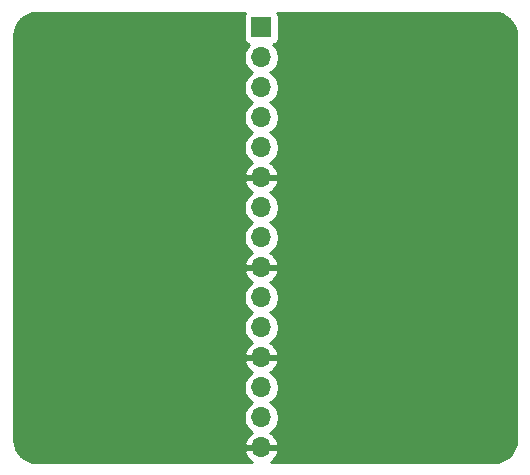
<source format=gbl>
G04 #@! TF.GenerationSoftware,KiCad,Pcbnew,(5.1.10)-1*
G04 #@! TF.CreationDate,2022-01-06T14:13:47-06:00*
G04 #@! TF.ProjectId,MIPI_SPY,4d495049-5f53-4505-992e-6b696361645f,rev?*
G04 #@! TF.SameCoordinates,Original*
G04 #@! TF.FileFunction,Copper,L2,Bot*
G04 #@! TF.FilePolarity,Positive*
%FSLAX46Y46*%
G04 Gerber Fmt 4.6, Leading zero omitted, Abs format (unit mm)*
G04 Created by KiCad (PCBNEW (5.1.10)-1) date 2022-01-06 14:13:47*
%MOMM*%
%LPD*%
G01*
G04 APERTURE LIST*
G04 #@! TA.AperFunction,ComponentPad*
%ADD10R,1.700000X1.700000*%
G04 #@! TD*
G04 #@! TA.AperFunction,ComponentPad*
%ADD11O,1.700000X1.700000*%
G04 #@! TD*
G04 #@! TA.AperFunction,ViaPad*
%ADD12C,0.800000*%
G04 #@! TD*
G04 #@! TA.AperFunction,Conductor*
%ADD13C,0.254000*%
G04 #@! TD*
G04 #@! TA.AperFunction,Conductor*
%ADD14C,0.100000*%
G04 #@! TD*
G04 APERTURE END LIST*
D10*
X73660000Y-31115000D03*
D11*
X73660000Y-33655000D03*
X73660000Y-36195000D03*
X73660000Y-38735000D03*
X73660000Y-41275000D03*
X73660000Y-43815000D03*
X73660000Y-46355000D03*
X73660000Y-48895000D03*
X73660000Y-51435000D03*
X73660000Y-53975000D03*
X73660000Y-56515000D03*
X73660000Y-59055000D03*
X73660000Y-61595000D03*
X73660000Y-64135000D03*
X73660000Y-66675000D03*
D12*
X62817348Y-46942348D03*
X85090000Y-56515000D03*
X85090000Y-56515000D03*
X85054635Y-53302277D03*
X85090000Y-50165000D03*
X85192653Y-46887347D03*
X62745001Y-50045001D03*
X63205001Y-53045001D03*
X62865000Y-56515000D03*
D13*
X72279463Y-29910506D02*
X72220498Y-30020820D01*
X72184188Y-30140518D01*
X72171928Y-30265000D01*
X72171928Y-31965000D01*
X72184188Y-32089482D01*
X72220498Y-32209180D01*
X72279463Y-32319494D01*
X72358815Y-32416185D01*
X72455506Y-32495537D01*
X72565820Y-32554502D01*
X72638380Y-32576513D01*
X72506525Y-32708368D01*
X72344010Y-32951589D01*
X72232068Y-33221842D01*
X72175000Y-33508740D01*
X72175000Y-33801260D01*
X72232068Y-34088158D01*
X72344010Y-34358411D01*
X72506525Y-34601632D01*
X72713368Y-34808475D01*
X72887760Y-34925000D01*
X72713368Y-35041525D01*
X72506525Y-35248368D01*
X72344010Y-35491589D01*
X72232068Y-35761842D01*
X72175000Y-36048740D01*
X72175000Y-36341260D01*
X72232068Y-36628158D01*
X72344010Y-36898411D01*
X72506525Y-37141632D01*
X72713368Y-37348475D01*
X72887760Y-37465000D01*
X72713368Y-37581525D01*
X72506525Y-37788368D01*
X72344010Y-38031589D01*
X72232068Y-38301842D01*
X72175000Y-38588740D01*
X72175000Y-38881260D01*
X72232068Y-39168158D01*
X72344010Y-39438411D01*
X72506525Y-39681632D01*
X72713368Y-39888475D01*
X72887760Y-40005000D01*
X72713368Y-40121525D01*
X72506525Y-40328368D01*
X72344010Y-40571589D01*
X72232068Y-40841842D01*
X72175000Y-41128740D01*
X72175000Y-41421260D01*
X72232068Y-41708158D01*
X72344010Y-41978411D01*
X72506525Y-42221632D01*
X72713368Y-42428475D01*
X72895534Y-42550195D01*
X72778645Y-42619822D01*
X72562412Y-42814731D01*
X72388359Y-43048080D01*
X72263175Y-43310901D01*
X72218524Y-43458110D01*
X72339845Y-43688000D01*
X73533000Y-43688000D01*
X73533000Y-43668000D01*
X73787000Y-43668000D01*
X73787000Y-43688000D01*
X74980155Y-43688000D01*
X75101476Y-43458110D01*
X75056825Y-43310901D01*
X74931641Y-43048080D01*
X74757588Y-42814731D01*
X74541355Y-42619822D01*
X74424466Y-42550195D01*
X74606632Y-42428475D01*
X74813475Y-42221632D01*
X74975990Y-41978411D01*
X75087932Y-41708158D01*
X75145000Y-41421260D01*
X75145000Y-41128740D01*
X75087932Y-40841842D01*
X74975990Y-40571589D01*
X74813475Y-40328368D01*
X74606632Y-40121525D01*
X74432240Y-40005000D01*
X74606632Y-39888475D01*
X74813475Y-39681632D01*
X74975990Y-39438411D01*
X75087932Y-39168158D01*
X75145000Y-38881260D01*
X75145000Y-38588740D01*
X75087932Y-38301842D01*
X74975990Y-38031589D01*
X74813475Y-37788368D01*
X74606632Y-37581525D01*
X74432240Y-37465000D01*
X74606632Y-37348475D01*
X74813475Y-37141632D01*
X74975990Y-36898411D01*
X75087932Y-36628158D01*
X75145000Y-36341260D01*
X75145000Y-36048740D01*
X75087932Y-35761842D01*
X74975990Y-35491589D01*
X74813475Y-35248368D01*
X74606632Y-35041525D01*
X74432240Y-34925000D01*
X74606632Y-34808475D01*
X74813475Y-34601632D01*
X74975990Y-34358411D01*
X75087932Y-34088158D01*
X75145000Y-33801260D01*
X75145000Y-33508740D01*
X75087932Y-33221842D01*
X74975990Y-32951589D01*
X74813475Y-32708368D01*
X74681620Y-32576513D01*
X74754180Y-32554502D01*
X74864494Y-32495537D01*
X74961185Y-32416185D01*
X75040537Y-32319494D01*
X75099502Y-32209180D01*
X75135812Y-32089482D01*
X75148072Y-31965000D01*
X75148072Y-30265000D01*
X75135812Y-30140518D01*
X75099502Y-30020820D01*
X75040537Y-29910506D01*
X75007295Y-29870000D01*
X93312721Y-29870000D01*
X93709545Y-29908909D01*
X94060208Y-30014780D01*
X94383625Y-30186744D01*
X94667484Y-30418254D01*
X94900965Y-30700486D01*
X95075183Y-31022695D01*
X95183502Y-31372614D01*
X95225000Y-31767443D01*
X95225001Y-66007711D01*
X95186091Y-66404545D01*
X95080220Y-66755206D01*
X94908257Y-67078623D01*
X94676748Y-67362482D01*
X94394514Y-67595965D01*
X94072304Y-67770184D01*
X93722385Y-67878502D01*
X93327557Y-67920000D01*
X74457715Y-67920000D01*
X74541355Y-67870178D01*
X74757588Y-67675269D01*
X74931641Y-67441920D01*
X75056825Y-67179099D01*
X75101476Y-67031890D01*
X74980155Y-66802000D01*
X73787000Y-66802000D01*
X73787000Y-66822000D01*
X73533000Y-66822000D01*
X73533000Y-66802000D01*
X72339845Y-66802000D01*
X72218524Y-67031890D01*
X72263175Y-67179099D01*
X72388359Y-67441920D01*
X72562412Y-67675269D01*
X72778645Y-67870178D01*
X72862285Y-67920000D01*
X54642279Y-67920000D01*
X54245455Y-67881091D01*
X53894794Y-67775220D01*
X53571377Y-67603257D01*
X53287518Y-67371748D01*
X53054035Y-67089514D01*
X52879816Y-66767304D01*
X52771498Y-66417385D01*
X52730000Y-66022557D01*
X52730000Y-61448740D01*
X72175000Y-61448740D01*
X72175000Y-61741260D01*
X72232068Y-62028158D01*
X72344010Y-62298411D01*
X72506525Y-62541632D01*
X72713368Y-62748475D01*
X72887760Y-62865000D01*
X72713368Y-62981525D01*
X72506525Y-63188368D01*
X72344010Y-63431589D01*
X72232068Y-63701842D01*
X72175000Y-63988740D01*
X72175000Y-64281260D01*
X72232068Y-64568158D01*
X72344010Y-64838411D01*
X72506525Y-65081632D01*
X72713368Y-65288475D01*
X72895534Y-65410195D01*
X72778645Y-65479822D01*
X72562412Y-65674731D01*
X72388359Y-65908080D01*
X72263175Y-66170901D01*
X72218524Y-66318110D01*
X72339845Y-66548000D01*
X73533000Y-66548000D01*
X73533000Y-66528000D01*
X73787000Y-66528000D01*
X73787000Y-66548000D01*
X74980155Y-66548000D01*
X75101476Y-66318110D01*
X75056825Y-66170901D01*
X74931641Y-65908080D01*
X74757588Y-65674731D01*
X74541355Y-65479822D01*
X74424466Y-65410195D01*
X74606632Y-65288475D01*
X74813475Y-65081632D01*
X74975990Y-64838411D01*
X75087932Y-64568158D01*
X75145000Y-64281260D01*
X75145000Y-63988740D01*
X75087932Y-63701842D01*
X74975990Y-63431589D01*
X74813475Y-63188368D01*
X74606632Y-62981525D01*
X74432240Y-62865000D01*
X74606632Y-62748475D01*
X74813475Y-62541632D01*
X74975990Y-62298411D01*
X75087932Y-62028158D01*
X75145000Y-61741260D01*
X75145000Y-61448740D01*
X75087932Y-61161842D01*
X74975990Y-60891589D01*
X74813475Y-60648368D01*
X74606632Y-60441525D01*
X74424466Y-60319805D01*
X74541355Y-60250178D01*
X74757588Y-60055269D01*
X74931641Y-59821920D01*
X75056825Y-59559099D01*
X75101476Y-59411890D01*
X74980155Y-59182000D01*
X73787000Y-59182000D01*
X73787000Y-59202000D01*
X73533000Y-59202000D01*
X73533000Y-59182000D01*
X72339845Y-59182000D01*
X72218524Y-59411890D01*
X72263175Y-59559099D01*
X72388359Y-59821920D01*
X72562412Y-60055269D01*
X72778645Y-60250178D01*
X72895534Y-60319805D01*
X72713368Y-60441525D01*
X72506525Y-60648368D01*
X72344010Y-60891589D01*
X72232068Y-61161842D01*
X72175000Y-61448740D01*
X52730000Y-61448740D01*
X52730000Y-53828740D01*
X72175000Y-53828740D01*
X72175000Y-54121260D01*
X72232068Y-54408158D01*
X72344010Y-54678411D01*
X72506525Y-54921632D01*
X72713368Y-55128475D01*
X72887760Y-55245000D01*
X72713368Y-55361525D01*
X72506525Y-55568368D01*
X72344010Y-55811589D01*
X72232068Y-56081842D01*
X72175000Y-56368740D01*
X72175000Y-56661260D01*
X72232068Y-56948158D01*
X72344010Y-57218411D01*
X72506525Y-57461632D01*
X72713368Y-57668475D01*
X72895534Y-57790195D01*
X72778645Y-57859822D01*
X72562412Y-58054731D01*
X72388359Y-58288080D01*
X72263175Y-58550901D01*
X72218524Y-58698110D01*
X72339845Y-58928000D01*
X73533000Y-58928000D01*
X73533000Y-58908000D01*
X73787000Y-58908000D01*
X73787000Y-58928000D01*
X74980155Y-58928000D01*
X75101476Y-58698110D01*
X75056825Y-58550901D01*
X74931641Y-58288080D01*
X74757588Y-58054731D01*
X74541355Y-57859822D01*
X74424466Y-57790195D01*
X74606632Y-57668475D01*
X74813475Y-57461632D01*
X74975990Y-57218411D01*
X75087932Y-56948158D01*
X75145000Y-56661260D01*
X75145000Y-56368740D01*
X75087932Y-56081842D01*
X74975990Y-55811589D01*
X74813475Y-55568368D01*
X74606632Y-55361525D01*
X74432240Y-55245000D01*
X74606632Y-55128475D01*
X74813475Y-54921632D01*
X74975990Y-54678411D01*
X75087932Y-54408158D01*
X75145000Y-54121260D01*
X75145000Y-53828740D01*
X75087932Y-53541842D01*
X74975990Y-53271589D01*
X74813475Y-53028368D01*
X74606632Y-52821525D01*
X74424466Y-52699805D01*
X74541355Y-52630178D01*
X74757588Y-52435269D01*
X74931641Y-52201920D01*
X75056825Y-51939099D01*
X75101476Y-51791890D01*
X74980155Y-51562000D01*
X73787000Y-51562000D01*
X73787000Y-51582000D01*
X73533000Y-51582000D01*
X73533000Y-51562000D01*
X72339845Y-51562000D01*
X72218524Y-51791890D01*
X72263175Y-51939099D01*
X72388359Y-52201920D01*
X72562412Y-52435269D01*
X72778645Y-52630178D01*
X72895534Y-52699805D01*
X72713368Y-52821525D01*
X72506525Y-53028368D01*
X72344010Y-53271589D01*
X72232068Y-53541842D01*
X72175000Y-53828740D01*
X52730000Y-53828740D01*
X52730000Y-46208740D01*
X72175000Y-46208740D01*
X72175000Y-46501260D01*
X72232068Y-46788158D01*
X72344010Y-47058411D01*
X72506525Y-47301632D01*
X72713368Y-47508475D01*
X72887760Y-47625000D01*
X72713368Y-47741525D01*
X72506525Y-47948368D01*
X72344010Y-48191589D01*
X72232068Y-48461842D01*
X72175000Y-48748740D01*
X72175000Y-49041260D01*
X72232068Y-49328158D01*
X72344010Y-49598411D01*
X72506525Y-49841632D01*
X72713368Y-50048475D01*
X72895534Y-50170195D01*
X72778645Y-50239822D01*
X72562412Y-50434731D01*
X72388359Y-50668080D01*
X72263175Y-50930901D01*
X72218524Y-51078110D01*
X72339845Y-51308000D01*
X73533000Y-51308000D01*
X73533000Y-51288000D01*
X73787000Y-51288000D01*
X73787000Y-51308000D01*
X74980155Y-51308000D01*
X75101476Y-51078110D01*
X75056825Y-50930901D01*
X74931641Y-50668080D01*
X74757588Y-50434731D01*
X74541355Y-50239822D01*
X74424466Y-50170195D01*
X74606632Y-50048475D01*
X74813475Y-49841632D01*
X74975990Y-49598411D01*
X75087932Y-49328158D01*
X75145000Y-49041260D01*
X75145000Y-48748740D01*
X75087932Y-48461842D01*
X74975990Y-48191589D01*
X74813475Y-47948368D01*
X74606632Y-47741525D01*
X74432240Y-47625000D01*
X74606632Y-47508475D01*
X74813475Y-47301632D01*
X74975990Y-47058411D01*
X75087932Y-46788158D01*
X75145000Y-46501260D01*
X75145000Y-46208740D01*
X75087932Y-45921842D01*
X74975990Y-45651589D01*
X74813475Y-45408368D01*
X74606632Y-45201525D01*
X74424466Y-45079805D01*
X74541355Y-45010178D01*
X74757588Y-44815269D01*
X74931641Y-44581920D01*
X75056825Y-44319099D01*
X75101476Y-44171890D01*
X74980155Y-43942000D01*
X73787000Y-43942000D01*
X73787000Y-43962000D01*
X73533000Y-43962000D01*
X73533000Y-43942000D01*
X72339845Y-43942000D01*
X72218524Y-44171890D01*
X72263175Y-44319099D01*
X72388359Y-44581920D01*
X72562412Y-44815269D01*
X72778645Y-45010178D01*
X72895534Y-45079805D01*
X72713368Y-45201525D01*
X72506525Y-45408368D01*
X72344010Y-45651589D01*
X72232068Y-45921842D01*
X72175000Y-46208740D01*
X52730000Y-46208740D01*
X52730000Y-31782279D01*
X52768909Y-31385455D01*
X52874780Y-31034792D01*
X53046744Y-30711375D01*
X53278254Y-30427516D01*
X53560486Y-30194035D01*
X53882695Y-30019817D01*
X54232614Y-29911498D01*
X54627443Y-29870000D01*
X72312705Y-29870000D01*
X72279463Y-29910506D01*
G04 #@! TA.AperFunction,Conductor*
D14*
G36*
X72279463Y-29910506D02*
G01*
X72220498Y-30020820D01*
X72184188Y-30140518D01*
X72171928Y-30265000D01*
X72171928Y-31965000D01*
X72184188Y-32089482D01*
X72220498Y-32209180D01*
X72279463Y-32319494D01*
X72358815Y-32416185D01*
X72455506Y-32495537D01*
X72565820Y-32554502D01*
X72638380Y-32576513D01*
X72506525Y-32708368D01*
X72344010Y-32951589D01*
X72232068Y-33221842D01*
X72175000Y-33508740D01*
X72175000Y-33801260D01*
X72232068Y-34088158D01*
X72344010Y-34358411D01*
X72506525Y-34601632D01*
X72713368Y-34808475D01*
X72887760Y-34925000D01*
X72713368Y-35041525D01*
X72506525Y-35248368D01*
X72344010Y-35491589D01*
X72232068Y-35761842D01*
X72175000Y-36048740D01*
X72175000Y-36341260D01*
X72232068Y-36628158D01*
X72344010Y-36898411D01*
X72506525Y-37141632D01*
X72713368Y-37348475D01*
X72887760Y-37465000D01*
X72713368Y-37581525D01*
X72506525Y-37788368D01*
X72344010Y-38031589D01*
X72232068Y-38301842D01*
X72175000Y-38588740D01*
X72175000Y-38881260D01*
X72232068Y-39168158D01*
X72344010Y-39438411D01*
X72506525Y-39681632D01*
X72713368Y-39888475D01*
X72887760Y-40005000D01*
X72713368Y-40121525D01*
X72506525Y-40328368D01*
X72344010Y-40571589D01*
X72232068Y-40841842D01*
X72175000Y-41128740D01*
X72175000Y-41421260D01*
X72232068Y-41708158D01*
X72344010Y-41978411D01*
X72506525Y-42221632D01*
X72713368Y-42428475D01*
X72895534Y-42550195D01*
X72778645Y-42619822D01*
X72562412Y-42814731D01*
X72388359Y-43048080D01*
X72263175Y-43310901D01*
X72218524Y-43458110D01*
X72339845Y-43688000D01*
X73533000Y-43688000D01*
X73533000Y-43668000D01*
X73787000Y-43668000D01*
X73787000Y-43688000D01*
X74980155Y-43688000D01*
X75101476Y-43458110D01*
X75056825Y-43310901D01*
X74931641Y-43048080D01*
X74757588Y-42814731D01*
X74541355Y-42619822D01*
X74424466Y-42550195D01*
X74606632Y-42428475D01*
X74813475Y-42221632D01*
X74975990Y-41978411D01*
X75087932Y-41708158D01*
X75145000Y-41421260D01*
X75145000Y-41128740D01*
X75087932Y-40841842D01*
X74975990Y-40571589D01*
X74813475Y-40328368D01*
X74606632Y-40121525D01*
X74432240Y-40005000D01*
X74606632Y-39888475D01*
X74813475Y-39681632D01*
X74975990Y-39438411D01*
X75087932Y-39168158D01*
X75145000Y-38881260D01*
X75145000Y-38588740D01*
X75087932Y-38301842D01*
X74975990Y-38031589D01*
X74813475Y-37788368D01*
X74606632Y-37581525D01*
X74432240Y-37465000D01*
X74606632Y-37348475D01*
X74813475Y-37141632D01*
X74975990Y-36898411D01*
X75087932Y-36628158D01*
X75145000Y-36341260D01*
X75145000Y-36048740D01*
X75087932Y-35761842D01*
X74975990Y-35491589D01*
X74813475Y-35248368D01*
X74606632Y-35041525D01*
X74432240Y-34925000D01*
X74606632Y-34808475D01*
X74813475Y-34601632D01*
X74975990Y-34358411D01*
X75087932Y-34088158D01*
X75145000Y-33801260D01*
X75145000Y-33508740D01*
X75087932Y-33221842D01*
X74975990Y-32951589D01*
X74813475Y-32708368D01*
X74681620Y-32576513D01*
X74754180Y-32554502D01*
X74864494Y-32495537D01*
X74961185Y-32416185D01*
X75040537Y-32319494D01*
X75099502Y-32209180D01*
X75135812Y-32089482D01*
X75148072Y-31965000D01*
X75148072Y-30265000D01*
X75135812Y-30140518D01*
X75099502Y-30020820D01*
X75040537Y-29910506D01*
X75007295Y-29870000D01*
X93312721Y-29870000D01*
X93709545Y-29908909D01*
X94060208Y-30014780D01*
X94383625Y-30186744D01*
X94667484Y-30418254D01*
X94900965Y-30700486D01*
X95075183Y-31022695D01*
X95183502Y-31372614D01*
X95225000Y-31767443D01*
X95225001Y-66007711D01*
X95186091Y-66404545D01*
X95080220Y-66755206D01*
X94908257Y-67078623D01*
X94676748Y-67362482D01*
X94394514Y-67595965D01*
X94072304Y-67770184D01*
X93722385Y-67878502D01*
X93327557Y-67920000D01*
X74457715Y-67920000D01*
X74541355Y-67870178D01*
X74757588Y-67675269D01*
X74931641Y-67441920D01*
X75056825Y-67179099D01*
X75101476Y-67031890D01*
X74980155Y-66802000D01*
X73787000Y-66802000D01*
X73787000Y-66822000D01*
X73533000Y-66822000D01*
X73533000Y-66802000D01*
X72339845Y-66802000D01*
X72218524Y-67031890D01*
X72263175Y-67179099D01*
X72388359Y-67441920D01*
X72562412Y-67675269D01*
X72778645Y-67870178D01*
X72862285Y-67920000D01*
X54642279Y-67920000D01*
X54245455Y-67881091D01*
X53894794Y-67775220D01*
X53571377Y-67603257D01*
X53287518Y-67371748D01*
X53054035Y-67089514D01*
X52879816Y-66767304D01*
X52771498Y-66417385D01*
X52730000Y-66022557D01*
X52730000Y-61448740D01*
X72175000Y-61448740D01*
X72175000Y-61741260D01*
X72232068Y-62028158D01*
X72344010Y-62298411D01*
X72506525Y-62541632D01*
X72713368Y-62748475D01*
X72887760Y-62865000D01*
X72713368Y-62981525D01*
X72506525Y-63188368D01*
X72344010Y-63431589D01*
X72232068Y-63701842D01*
X72175000Y-63988740D01*
X72175000Y-64281260D01*
X72232068Y-64568158D01*
X72344010Y-64838411D01*
X72506525Y-65081632D01*
X72713368Y-65288475D01*
X72895534Y-65410195D01*
X72778645Y-65479822D01*
X72562412Y-65674731D01*
X72388359Y-65908080D01*
X72263175Y-66170901D01*
X72218524Y-66318110D01*
X72339845Y-66548000D01*
X73533000Y-66548000D01*
X73533000Y-66528000D01*
X73787000Y-66528000D01*
X73787000Y-66548000D01*
X74980155Y-66548000D01*
X75101476Y-66318110D01*
X75056825Y-66170901D01*
X74931641Y-65908080D01*
X74757588Y-65674731D01*
X74541355Y-65479822D01*
X74424466Y-65410195D01*
X74606632Y-65288475D01*
X74813475Y-65081632D01*
X74975990Y-64838411D01*
X75087932Y-64568158D01*
X75145000Y-64281260D01*
X75145000Y-63988740D01*
X75087932Y-63701842D01*
X74975990Y-63431589D01*
X74813475Y-63188368D01*
X74606632Y-62981525D01*
X74432240Y-62865000D01*
X74606632Y-62748475D01*
X74813475Y-62541632D01*
X74975990Y-62298411D01*
X75087932Y-62028158D01*
X75145000Y-61741260D01*
X75145000Y-61448740D01*
X75087932Y-61161842D01*
X74975990Y-60891589D01*
X74813475Y-60648368D01*
X74606632Y-60441525D01*
X74424466Y-60319805D01*
X74541355Y-60250178D01*
X74757588Y-60055269D01*
X74931641Y-59821920D01*
X75056825Y-59559099D01*
X75101476Y-59411890D01*
X74980155Y-59182000D01*
X73787000Y-59182000D01*
X73787000Y-59202000D01*
X73533000Y-59202000D01*
X73533000Y-59182000D01*
X72339845Y-59182000D01*
X72218524Y-59411890D01*
X72263175Y-59559099D01*
X72388359Y-59821920D01*
X72562412Y-60055269D01*
X72778645Y-60250178D01*
X72895534Y-60319805D01*
X72713368Y-60441525D01*
X72506525Y-60648368D01*
X72344010Y-60891589D01*
X72232068Y-61161842D01*
X72175000Y-61448740D01*
X52730000Y-61448740D01*
X52730000Y-53828740D01*
X72175000Y-53828740D01*
X72175000Y-54121260D01*
X72232068Y-54408158D01*
X72344010Y-54678411D01*
X72506525Y-54921632D01*
X72713368Y-55128475D01*
X72887760Y-55245000D01*
X72713368Y-55361525D01*
X72506525Y-55568368D01*
X72344010Y-55811589D01*
X72232068Y-56081842D01*
X72175000Y-56368740D01*
X72175000Y-56661260D01*
X72232068Y-56948158D01*
X72344010Y-57218411D01*
X72506525Y-57461632D01*
X72713368Y-57668475D01*
X72895534Y-57790195D01*
X72778645Y-57859822D01*
X72562412Y-58054731D01*
X72388359Y-58288080D01*
X72263175Y-58550901D01*
X72218524Y-58698110D01*
X72339845Y-58928000D01*
X73533000Y-58928000D01*
X73533000Y-58908000D01*
X73787000Y-58908000D01*
X73787000Y-58928000D01*
X74980155Y-58928000D01*
X75101476Y-58698110D01*
X75056825Y-58550901D01*
X74931641Y-58288080D01*
X74757588Y-58054731D01*
X74541355Y-57859822D01*
X74424466Y-57790195D01*
X74606632Y-57668475D01*
X74813475Y-57461632D01*
X74975990Y-57218411D01*
X75087932Y-56948158D01*
X75145000Y-56661260D01*
X75145000Y-56368740D01*
X75087932Y-56081842D01*
X74975990Y-55811589D01*
X74813475Y-55568368D01*
X74606632Y-55361525D01*
X74432240Y-55245000D01*
X74606632Y-55128475D01*
X74813475Y-54921632D01*
X74975990Y-54678411D01*
X75087932Y-54408158D01*
X75145000Y-54121260D01*
X75145000Y-53828740D01*
X75087932Y-53541842D01*
X74975990Y-53271589D01*
X74813475Y-53028368D01*
X74606632Y-52821525D01*
X74424466Y-52699805D01*
X74541355Y-52630178D01*
X74757588Y-52435269D01*
X74931641Y-52201920D01*
X75056825Y-51939099D01*
X75101476Y-51791890D01*
X74980155Y-51562000D01*
X73787000Y-51562000D01*
X73787000Y-51582000D01*
X73533000Y-51582000D01*
X73533000Y-51562000D01*
X72339845Y-51562000D01*
X72218524Y-51791890D01*
X72263175Y-51939099D01*
X72388359Y-52201920D01*
X72562412Y-52435269D01*
X72778645Y-52630178D01*
X72895534Y-52699805D01*
X72713368Y-52821525D01*
X72506525Y-53028368D01*
X72344010Y-53271589D01*
X72232068Y-53541842D01*
X72175000Y-53828740D01*
X52730000Y-53828740D01*
X52730000Y-46208740D01*
X72175000Y-46208740D01*
X72175000Y-46501260D01*
X72232068Y-46788158D01*
X72344010Y-47058411D01*
X72506525Y-47301632D01*
X72713368Y-47508475D01*
X72887760Y-47625000D01*
X72713368Y-47741525D01*
X72506525Y-47948368D01*
X72344010Y-48191589D01*
X72232068Y-48461842D01*
X72175000Y-48748740D01*
X72175000Y-49041260D01*
X72232068Y-49328158D01*
X72344010Y-49598411D01*
X72506525Y-49841632D01*
X72713368Y-50048475D01*
X72895534Y-50170195D01*
X72778645Y-50239822D01*
X72562412Y-50434731D01*
X72388359Y-50668080D01*
X72263175Y-50930901D01*
X72218524Y-51078110D01*
X72339845Y-51308000D01*
X73533000Y-51308000D01*
X73533000Y-51288000D01*
X73787000Y-51288000D01*
X73787000Y-51308000D01*
X74980155Y-51308000D01*
X75101476Y-51078110D01*
X75056825Y-50930901D01*
X74931641Y-50668080D01*
X74757588Y-50434731D01*
X74541355Y-50239822D01*
X74424466Y-50170195D01*
X74606632Y-50048475D01*
X74813475Y-49841632D01*
X74975990Y-49598411D01*
X75087932Y-49328158D01*
X75145000Y-49041260D01*
X75145000Y-48748740D01*
X75087932Y-48461842D01*
X74975990Y-48191589D01*
X74813475Y-47948368D01*
X74606632Y-47741525D01*
X74432240Y-47625000D01*
X74606632Y-47508475D01*
X74813475Y-47301632D01*
X74975990Y-47058411D01*
X75087932Y-46788158D01*
X75145000Y-46501260D01*
X75145000Y-46208740D01*
X75087932Y-45921842D01*
X74975990Y-45651589D01*
X74813475Y-45408368D01*
X74606632Y-45201525D01*
X74424466Y-45079805D01*
X74541355Y-45010178D01*
X74757588Y-44815269D01*
X74931641Y-44581920D01*
X75056825Y-44319099D01*
X75101476Y-44171890D01*
X74980155Y-43942000D01*
X73787000Y-43942000D01*
X73787000Y-43962000D01*
X73533000Y-43962000D01*
X73533000Y-43942000D01*
X72339845Y-43942000D01*
X72218524Y-44171890D01*
X72263175Y-44319099D01*
X72388359Y-44581920D01*
X72562412Y-44815269D01*
X72778645Y-45010178D01*
X72895534Y-45079805D01*
X72713368Y-45201525D01*
X72506525Y-45408368D01*
X72344010Y-45651589D01*
X72232068Y-45921842D01*
X72175000Y-46208740D01*
X52730000Y-46208740D01*
X52730000Y-31782279D01*
X52768909Y-31385455D01*
X52874780Y-31034792D01*
X53046744Y-30711375D01*
X53278254Y-30427516D01*
X53560486Y-30194035D01*
X53882695Y-30019817D01*
X54232614Y-29911498D01*
X54627443Y-29870000D01*
X72312705Y-29870000D01*
X72279463Y-29910506D01*
G37*
G04 #@! TD.AperFunction*
M02*

</source>
